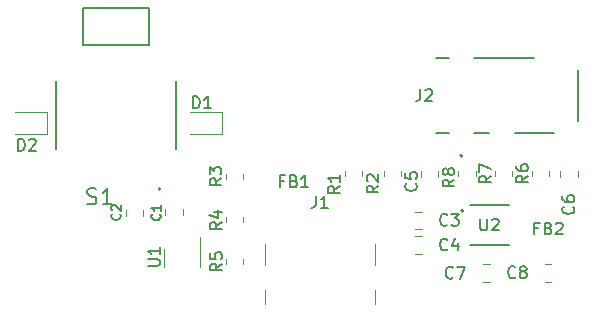
<source format=gbr>
%TF.GenerationSoftware,KiCad,Pcbnew,7.0.7*%
%TF.CreationDate,2024-02-01T03:43:03-06:00*%
%TF.ProjectId,Md-rev-1,4d642d72-6576-42d3-912e-6b696361645f,rev?*%
%TF.SameCoordinates,Original*%
%TF.FileFunction,Legend,Top*%
%TF.FilePolarity,Positive*%
%FSLAX46Y46*%
G04 Gerber Fmt 4.6, Leading zero omitted, Abs format (unit mm)*
G04 Created by KiCad (PCBNEW 7.0.7) date 2024-02-01 03:43:03*
%MOMM*%
%LPD*%
G01*
G04 APERTURE LIST*
%ADD10C,0.150000*%
%ADD11C,0.120000*%
%ADD12C,0.152400*%
%ADD13C,0.200000*%
%ADD14C,0.127000*%
G04 APERTURE END LIST*
D10*
X175416666Y-120281009D02*
X175083333Y-120281009D01*
X175083333Y-120804819D02*
X175083333Y-119804819D01*
X175083333Y-119804819D02*
X175559523Y-119804819D01*
X176273809Y-120281009D02*
X176416666Y-120328628D01*
X176416666Y-120328628D02*
X176464285Y-120376247D01*
X176464285Y-120376247D02*
X176511904Y-120471485D01*
X176511904Y-120471485D02*
X176511904Y-120614342D01*
X176511904Y-120614342D02*
X176464285Y-120709580D01*
X176464285Y-120709580D02*
X176416666Y-120757200D01*
X176416666Y-120757200D02*
X176321428Y-120804819D01*
X176321428Y-120804819D02*
X175940476Y-120804819D01*
X175940476Y-120804819D02*
X175940476Y-119804819D01*
X175940476Y-119804819D02*
X176273809Y-119804819D01*
X176273809Y-119804819D02*
X176369047Y-119852438D01*
X176369047Y-119852438D02*
X176416666Y-119900057D01*
X176416666Y-119900057D02*
X176464285Y-119995295D01*
X176464285Y-119995295D02*
X176464285Y-120090533D01*
X176464285Y-120090533D02*
X176416666Y-120185771D01*
X176416666Y-120185771D02*
X176369047Y-120233390D01*
X176369047Y-120233390D02*
X176273809Y-120281009D01*
X176273809Y-120281009D02*
X175940476Y-120281009D01*
X176892857Y-119900057D02*
X176940476Y-119852438D01*
X176940476Y-119852438D02*
X177035714Y-119804819D01*
X177035714Y-119804819D02*
X177273809Y-119804819D01*
X177273809Y-119804819D02*
X177369047Y-119852438D01*
X177369047Y-119852438D02*
X177416666Y-119900057D01*
X177416666Y-119900057D02*
X177464285Y-119995295D01*
X177464285Y-119995295D02*
X177464285Y-120090533D01*
X177464285Y-120090533D02*
X177416666Y-120233390D01*
X177416666Y-120233390D02*
X176845238Y-120804819D01*
X176845238Y-120804819D02*
X177464285Y-120804819D01*
X153856666Y-116281009D02*
X153523333Y-116281009D01*
X153523333Y-116804819D02*
X153523333Y-115804819D01*
X153523333Y-115804819D02*
X153999523Y-115804819D01*
X154713809Y-116281009D02*
X154856666Y-116328628D01*
X154856666Y-116328628D02*
X154904285Y-116376247D01*
X154904285Y-116376247D02*
X154951904Y-116471485D01*
X154951904Y-116471485D02*
X154951904Y-116614342D01*
X154951904Y-116614342D02*
X154904285Y-116709580D01*
X154904285Y-116709580D02*
X154856666Y-116757200D01*
X154856666Y-116757200D02*
X154761428Y-116804819D01*
X154761428Y-116804819D02*
X154380476Y-116804819D01*
X154380476Y-116804819D02*
X154380476Y-115804819D01*
X154380476Y-115804819D02*
X154713809Y-115804819D01*
X154713809Y-115804819D02*
X154809047Y-115852438D01*
X154809047Y-115852438D02*
X154856666Y-115900057D01*
X154856666Y-115900057D02*
X154904285Y-115995295D01*
X154904285Y-115995295D02*
X154904285Y-116090533D01*
X154904285Y-116090533D02*
X154856666Y-116185771D01*
X154856666Y-116185771D02*
X154809047Y-116233390D01*
X154809047Y-116233390D02*
X154713809Y-116281009D01*
X154713809Y-116281009D02*
X154380476Y-116281009D01*
X155904285Y-116804819D02*
X155332857Y-116804819D01*
X155618571Y-116804819D02*
X155618571Y-115804819D01*
X155618571Y-115804819D02*
X155523333Y-115947676D01*
X155523333Y-115947676D02*
X155428095Y-116042914D01*
X155428095Y-116042914D02*
X155332857Y-116090533D01*
X173463333Y-124409580D02*
X173415714Y-124457200D01*
X173415714Y-124457200D02*
X173272857Y-124504819D01*
X173272857Y-124504819D02*
X173177619Y-124504819D01*
X173177619Y-124504819D02*
X173034762Y-124457200D01*
X173034762Y-124457200D02*
X172939524Y-124361961D01*
X172939524Y-124361961D02*
X172891905Y-124266723D01*
X172891905Y-124266723D02*
X172844286Y-124076247D01*
X172844286Y-124076247D02*
X172844286Y-123933390D01*
X172844286Y-123933390D02*
X172891905Y-123742914D01*
X172891905Y-123742914D02*
X172939524Y-123647676D01*
X172939524Y-123647676D02*
X173034762Y-123552438D01*
X173034762Y-123552438D02*
X173177619Y-123504819D01*
X173177619Y-123504819D02*
X173272857Y-123504819D01*
X173272857Y-123504819D02*
X173415714Y-123552438D01*
X173415714Y-123552438D02*
X173463333Y-123600057D01*
X174034762Y-123933390D02*
X173939524Y-123885771D01*
X173939524Y-123885771D02*
X173891905Y-123838152D01*
X173891905Y-123838152D02*
X173844286Y-123742914D01*
X173844286Y-123742914D02*
X173844286Y-123695295D01*
X173844286Y-123695295D02*
X173891905Y-123600057D01*
X173891905Y-123600057D02*
X173939524Y-123552438D01*
X173939524Y-123552438D02*
X174034762Y-123504819D01*
X174034762Y-123504819D02*
X174225238Y-123504819D01*
X174225238Y-123504819D02*
X174320476Y-123552438D01*
X174320476Y-123552438D02*
X174368095Y-123600057D01*
X174368095Y-123600057D02*
X174415714Y-123695295D01*
X174415714Y-123695295D02*
X174415714Y-123742914D01*
X174415714Y-123742914D02*
X174368095Y-123838152D01*
X174368095Y-123838152D02*
X174320476Y-123885771D01*
X174320476Y-123885771D02*
X174225238Y-123933390D01*
X174225238Y-123933390D02*
X174034762Y-123933390D01*
X174034762Y-123933390D02*
X173939524Y-123981009D01*
X173939524Y-123981009D02*
X173891905Y-124028628D01*
X173891905Y-124028628D02*
X173844286Y-124123866D01*
X173844286Y-124123866D02*
X173844286Y-124314342D01*
X173844286Y-124314342D02*
X173891905Y-124409580D01*
X173891905Y-124409580D02*
X173939524Y-124457200D01*
X173939524Y-124457200D02*
X174034762Y-124504819D01*
X174034762Y-124504819D02*
X174225238Y-124504819D01*
X174225238Y-124504819D02*
X174320476Y-124457200D01*
X174320476Y-124457200D02*
X174368095Y-124409580D01*
X174368095Y-124409580D02*
X174415714Y-124314342D01*
X174415714Y-124314342D02*
X174415714Y-124123866D01*
X174415714Y-124123866D02*
X174368095Y-124028628D01*
X174368095Y-124028628D02*
X174320476Y-123981009D01*
X174320476Y-123981009D02*
X174225238Y-123933390D01*
X170499495Y-119454819D02*
X170499495Y-120264342D01*
X170499495Y-120264342D02*
X170547114Y-120359580D01*
X170547114Y-120359580D02*
X170594733Y-120407200D01*
X170594733Y-120407200D02*
X170689971Y-120454819D01*
X170689971Y-120454819D02*
X170880447Y-120454819D01*
X170880447Y-120454819D02*
X170975685Y-120407200D01*
X170975685Y-120407200D02*
X171023304Y-120359580D01*
X171023304Y-120359580D02*
X171070923Y-120264342D01*
X171070923Y-120264342D02*
X171070923Y-119454819D01*
X171499495Y-119550057D02*
X171547114Y-119502438D01*
X171547114Y-119502438D02*
X171642352Y-119454819D01*
X171642352Y-119454819D02*
X171880447Y-119454819D01*
X171880447Y-119454819D02*
X171975685Y-119502438D01*
X171975685Y-119502438D02*
X172023304Y-119550057D01*
X172023304Y-119550057D02*
X172070923Y-119645295D01*
X172070923Y-119645295D02*
X172070923Y-119740533D01*
X172070923Y-119740533D02*
X172023304Y-119883390D01*
X172023304Y-119883390D02*
X171451876Y-120454819D01*
X171451876Y-120454819D02*
X172070923Y-120454819D01*
X143366104Y-119093332D02*
X143404200Y-119131428D01*
X143404200Y-119131428D02*
X143442295Y-119245713D01*
X143442295Y-119245713D02*
X143442295Y-119321904D01*
X143442295Y-119321904D02*
X143404200Y-119436190D01*
X143404200Y-119436190D02*
X143328009Y-119512380D01*
X143328009Y-119512380D02*
X143251819Y-119550475D01*
X143251819Y-119550475D02*
X143099438Y-119588571D01*
X143099438Y-119588571D02*
X142985152Y-119588571D01*
X142985152Y-119588571D02*
X142832771Y-119550475D01*
X142832771Y-119550475D02*
X142756580Y-119512380D01*
X142756580Y-119512380D02*
X142680390Y-119436190D01*
X142680390Y-119436190D02*
X142642295Y-119321904D01*
X142642295Y-119321904D02*
X142642295Y-119245713D01*
X142642295Y-119245713D02*
X142680390Y-119131428D01*
X142680390Y-119131428D02*
X142718485Y-119093332D01*
X143442295Y-118331428D02*
X143442295Y-118788571D01*
X143442295Y-118559999D02*
X142642295Y-118559999D01*
X142642295Y-118559999D02*
X142756580Y-118636190D01*
X142756580Y-118636190D02*
X142832771Y-118712380D01*
X142832771Y-118712380D02*
X142870866Y-118788571D01*
X148604819Y-119756666D02*
X148128628Y-120089999D01*
X148604819Y-120328094D02*
X147604819Y-120328094D01*
X147604819Y-120328094D02*
X147604819Y-119947142D01*
X147604819Y-119947142D02*
X147652438Y-119851904D01*
X147652438Y-119851904D02*
X147700057Y-119804285D01*
X147700057Y-119804285D02*
X147795295Y-119756666D01*
X147795295Y-119756666D02*
X147938152Y-119756666D01*
X147938152Y-119756666D02*
X148033390Y-119804285D01*
X148033390Y-119804285D02*
X148081009Y-119851904D01*
X148081009Y-119851904D02*
X148128628Y-119947142D01*
X148128628Y-119947142D02*
X148128628Y-120328094D01*
X147938152Y-118899523D02*
X148604819Y-118899523D01*
X147557200Y-119137618D02*
X148271485Y-119375713D01*
X148271485Y-119375713D02*
X148271485Y-118756666D01*
X167703333Y-119969580D02*
X167655714Y-120017200D01*
X167655714Y-120017200D02*
X167512857Y-120064819D01*
X167512857Y-120064819D02*
X167417619Y-120064819D01*
X167417619Y-120064819D02*
X167274762Y-120017200D01*
X167274762Y-120017200D02*
X167179524Y-119921961D01*
X167179524Y-119921961D02*
X167131905Y-119826723D01*
X167131905Y-119826723D02*
X167084286Y-119636247D01*
X167084286Y-119636247D02*
X167084286Y-119493390D01*
X167084286Y-119493390D02*
X167131905Y-119302914D01*
X167131905Y-119302914D02*
X167179524Y-119207676D01*
X167179524Y-119207676D02*
X167274762Y-119112438D01*
X167274762Y-119112438D02*
X167417619Y-119064819D01*
X167417619Y-119064819D02*
X167512857Y-119064819D01*
X167512857Y-119064819D02*
X167655714Y-119112438D01*
X167655714Y-119112438D02*
X167703333Y-119160057D01*
X168036667Y-119064819D02*
X168655714Y-119064819D01*
X168655714Y-119064819D02*
X168322381Y-119445771D01*
X168322381Y-119445771D02*
X168465238Y-119445771D01*
X168465238Y-119445771D02*
X168560476Y-119493390D01*
X168560476Y-119493390D02*
X168608095Y-119541009D01*
X168608095Y-119541009D02*
X168655714Y-119636247D01*
X168655714Y-119636247D02*
X168655714Y-119874342D01*
X168655714Y-119874342D02*
X168608095Y-119969580D01*
X168608095Y-119969580D02*
X168560476Y-120017200D01*
X168560476Y-120017200D02*
X168465238Y-120064819D01*
X168465238Y-120064819D02*
X168179524Y-120064819D01*
X168179524Y-120064819D02*
X168084286Y-120017200D01*
X168084286Y-120017200D02*
X168036667Y-119969580D01*
X148614819Y-123284166D02*
X148138628Y-123617499D01*
X148614819Y-123855594D02*
X147614819Y-123855594D01*
X147614819Y-123855594D02*
X147614819Y-123474642D01*
X147614819Y-123474642D02*
X147662438Y-123379404D01*
X147662438Y-123379404D02*
X147710057Y-123331785D01*
X147710057Y-123331785D02*
X147805295Y-123284166D01*
X147805295Y-123284166D02*
X147948152Y-123284166D01*
X147948152Y-123284166D02*
X148043390Y-123331785D01*
X148043390Y-123331785D02*
X148091009Y-123379404D01*
X148091009Y-123379404D02*
X148138628Y-123474642D01*
X148138628Y-123474642D02*
X148138628Y-123855594D01*
X147614819Y-122379404D02*
X147614819Y-122855594D01*
X147614819Y-122855594D02*
X148091009Y-122903213D01*
X148091009Y-122903213D02*
X148043390Y-122855594D01*
X148043390Y-122855594D02*
X147995771Y-122760356D01*
X147995771Y-122760356D02*
X147995771Y-122522261D01*
X147995771Y-122522261D02*
X148043390Y-122427023D01*
X148043390Y-122427023D02*
X148091009Y-122379404D01*
X148091009Y-122379404D02*
X148186247Y-122331785D01*
X148186247Y-122331785D02*
X148424342Y-122331785D01*
X148424342Y-122331785D02*
X148519580Y-122379404D01*
X148519580Y-122379404D02*
X148567200Y-122427023D01*
X148567200Y-122427023D02*
X148614819Y-122522261D01*
X148614819Y-122522261D02*
X148614819Y-122760356D01*
X148614819Y-122760356D02*
X148567200Y-122855594D01*
X148567200Y-122855594D02*
X148519580Y-122903213D01*
X131359405Y-113714819D02*
X131359405Y-112714819D01*
X131359405Y-112714819D02*
X131597500Y-112714819D01*
X131597500Y-112714819D02*
X131740357Y-112762438D01*
X131740357Y-112762438D02*
X131835595Y-112857676D01*
X131835595Y-112857676D02*
X131883214Y-112952914D01*
X131883214Y-112952914D02*
X131930833Y-113143390D01*
X131930833Y-113143390D02*
X131930833Y-113286247D01*
X131930833Y-113286247D02*
X131883214Y-113476723D01*
X131883214Y-113476723D02*
X131835595Y-113571961D01*
X131835595Y-113571961D02*
X131740357Y-113667200D01*
X131740357Y-113667200D02*
X131597500Y-113714819D01*
X131597500Y-113714819D02*
X131359405Y-113714819D01*
X132311786Y-112810057D02*
X132359405Y-112762438D01*
X132359405Y-112762438D02*
X132454643Y-112714819D01*
X132454643Y-112714819D02*
X132692738Y-112714819D01*
X132692738Y-112714819D02*
X132787976Y-112762438D01*
X132787976Y-112762438D02*
X132835595Y-112810057D01*
X132835595Y-112810057D02*
X132883214Y-112905295D01*
X132883214Y-112905295D02*
X132883214Y-113000533D01*
X132883214Y-113000533D02*
X132835595Y-113143390D01*
X132835595Y-113143390D02*
X132264167Y-113714819D01*
X132264167Y-113714819D02*
X132883214Y-113714819D01*
X148574819Y-116056666D02*
X148098628Y-116389999D01*
X148574819Y-116628094D02*
X147574819Y-116628094D01*
X147574819Y-116628094D02*
X147574819Y-116247142D01*
X147574819Y-116247142D02*
X147622438Y-116151904D01*
X147622438Y-116151904D02*
X147670057Y-116104285D01*
X147670057Y-116104285D02*
X147765295Y-116056666D01*
X147765295Y-116056666D02*
X147908152Y-116056666D01*
X147908152Y-116056666D02*
X148003390Y-116104285D01*
X148003390Y-116104285D02*
X148051009Y-116151904D01*
X148051009Y-116151904D02*
X148098628Y-116247142D01*
X148098628Y-116247142D02*
X148098628Y-116628094D01*
X147574819Y-115723332D02*
X147574819Y-115104285D01*
X147574819Y-115104285D02*
X147955771Y-115437618D01*
X147955771Y-115437618D02*
X147955771Y-115294761D01*
X147955771Y-115294761D02*
X148003390Y-115199523D01*
X148003390Y-115199523D02*
X148051009Y-115151904D01*
X148051009Y-115151904D02*
X148146247Y-115104285D01*
X148146247Y-115104285D02*
X148384342Y-115104285D01*
X148384342Y-115104285D02*
X148479580Y-115151904D01*
X148479580Y-115151904D02*
X148527200Y-115199523D01*
X148527200Y-115199523D02*
X148574819Y-115294761D01*
X148574819Y-115294761D02*
X148574819Y-115580475D01*
X148574819Y-115580475D02*
X148527200Y-115675713D01*
X148527200Y-115675713D02*
X148479580Y-115723332D01*
X165426666Y-108484819D02*
X165426666Y-109199104D01*
X165426666Y-109199104D02*
X165379047Y-109341961D01*
X165379047Y-109341961D02*
X165283809Y-109437200D01*
X165283809Y-109437200D02*
X165140952Y-109484819D01*
X165140952Y-109484819D02*
X165045714Y-109484819D01*
X165855238Y-108580057D02*
X165902857Y-108532438D01*
X165902857Y-108532438D02*
X165998095Y-108484819D01*
X165998095Y-108484819D02*
X166236190Y-108484819D01*
X166236190Y-108484819D02*
X166331428Y-108532438D01*
X166331428Y-108532438D02*
X166379047Y-108580057D01*
X166379047Y-108580057D02*
X166426666Y-108675295D01*
X166426666Y-108675295D02*
X166426666Y-108770533D01*
X166426666Y-108770533D02*
X166379047Y-108913390D01*
X166379047Y-108913390D02*
X165807619Y-109484819D01*
X165807619Y-109484819D02*
X166426666Y-109484819D01*
X165039580Y-116486666D02*
X165087200Y-116534285D01*
X165087200Y-116534285D02*
X165134819Y-116677142D01*
X165134819Y-116677142D02*
X165134819Y-116772380D01*
X165134819Y-116772380D02*
X165087200Y-116915237D01*
X165087200Y-116915237D02*
X164991961Y-117010475D01*
X164991961Y-117010475D02*
X164896723Y-117058094D01*
X164896723Y-117058094D02*
X164706247Y-117105713D01*
X164706247Y-117105713D02*
X164563390Y-117105713D01*
X164563390Y-117105713D02*
X164372914Y-117058094D01*
X164372914Y-117058094D02*
X164277676Y-117010475D01*
X164277676Y-117010475D02*
X164182438Y-116915237D01*
X164182438Y-116915237D02*
X164134819Y-116772380D01*
X164134819Y-116772380D02*
X164134819Y-116677142D01*
X164134819Y-116677142D02*
X164182438Y-116534285D01*
X164182438Y-116534285D02*
X164230057Y-116486666D01*
X164134819Y-115581904D02*
X164134819Y-116058094D01*
X164134819Y-116058094D02*
X164611009Y-116105713D01*
X164611009Y-116105713D02*
X164563390Y-116058094D01*
X164563390Y-116058094D02*
X164515771Y-115962856D01*
X164515771Y-115962856D02*
X164515771Y-115724761D01*
X164515771Y-115724761D02*
X164563390Y-115629523D01*
X164563390Y-115629523D02*
X164611009Y-115581904D01*
X164611009Y-115581904D02*
X164706247Y-115534285D01*
X164706247Y-115534285D02*
X164944342Y-115534285D01*
X164944342Y-115534285D02*
X165039580Y-115581904D01*
X165039580Y-115581904D02*
X165087200Y-115629523D01*
X165087200Y-115629523D02*
X165134819Y-115724761D01*
X165134819Y-115724761D02*
X165134819Y-115962856D01*
X165134819Y-115962856D02*
X165087200Y-116058094D01*
X165087200Y-116058094D02*
X165039580Y-116105713D01*
X161874819Y-116679166D02*
X161398628Y-117012499D01*
X161874819Y-117250594D02*
X160874819Y-117250594D01*
X160874819Y-117250594D02*
X160874819Y-116869642D01*
X160874819Y-116869642D02*
X160922438Y-116774404D01*
X160922438Y-116774404D02*
X160970057Y-116726785D01*
X160970057Y-116726785D02*
X161065295Y-116679166D01*
X161065295Y-116679166D02*
X161208152Y-116679166D01*
X161208152Y-116679166D02*
X161303390Y-116726785D01*
X161303390Y-116726785D02*
X161351009Y-116774404D01*
X161351009Y-116774404D02*
X161398628Y-116869642D01*
X161398628Y-116869642D02*
X161398628Y-117250594D01*
X160970057Y-116298213D02*
X160922438Y-116250594D01*
X160922438Y-116250594D02*
X160874819Y-116155356D01*
X160874819Y-116155356D02*
X160874819Y-115917261D01*
X160874819Y-115917261D02*
X160922438Y-115822023D01*
X160922438Y-115822023D02*
X160970057Y-115774404D01*
X160970057Y-115774404D02*
X161065295Y-115726785D01*
X161065295Y-115726785D02*
X161160533Y-115726785D01*
X161160533Y-115726785D02*
X161303390Y-115774404D01*
X161303390Y-115774404D02*
X161874819Y-116345832D01*
X161874819Y-116345832D02*
X161874819Y-115726785D01*
X142344819Y-123471904D02*
X143154342Y-123471904D01*
X143154342Y-123471904D02*
X143249580Y-123424285D01*
X143249580Y-123424285D02*
X143297200Y-123376666D01*
X143297200Y-123376666D02*
X143344819Y-123281428D01*
X143344819Y-123281428D02*
X143344819Y-123090952D01*
X143344819Y-123090952D02*
X143297200Y-122995714D01*
X143297200Y-122995714D02*
X143249580Y-122948095D01*
X143249580Y-122948095D02*
X143154342Y-122900476D01*
X143154342Y-122900476D02*
X142344819Y-122900476D01*
X143344819Y-121900476D02*
X143344819Y-122471904D01*
X143344819Y-122186190D02*
X142344819Y-122186190D01*
X142344819Y-122186190D02*
X142487676Y-122281428D01*
X142487676Y-122281428D02*
X142582914Y-122376666D01*
X142582914Y-122376666D02*
X142630533Y-122471904D01*
X168304819Y-116156666D02*
X167828628Y-116489999D01*
X168304819Y-116728094D02*
X167304819Y-116728094D01*
X167304819Y-116728094D02*
X167304819Y-116347142D01*
X167304819Y-116347142D02*
X167352438Y-116251904D01*
X167352438Y-116251904D02*
X167400057Y-116204285D01*
X167400057Y-116204285D02*
X167495295Y-116156666D01*
X167495295Y-116156666D02*
X167638152Y-116156666D01*
X167638152Y-116156666D02*
X167733390Y-116204285D01*
X167733390Y-116204285D02*
X167781009Y-116251904D01*
X167781009Y-116251904D02*
X167828628Y-116347142D01*
X167828628Y-116347142D02*
X167828628Y-116728094D01*
X167733390Y-115585237D02*
X167685771Y-115680475D01*
X167685771Y-115680475D02*
X167638152Y-115728094D01*
X167638152Y-115728094D02*
X167542914Y-115775713D01*
X167542914Y-115775713D02*
X167495295Y-115775713D01*
X167495295Y-115775713D02*
X167400057Y-115728094D01*
X167400057Y-115728094D02*
X167352438Y-115680475D01*
X167352438Y-115680475D02*
X167304819Y-115585237D01*
X167304819Y-115585237D02*
X167304819Y-115394761D01*
X167304819Y-115394761D02*
X167352438Y-115299523D01*
X167352438Y-115299523D02*
X167400057Y-115251904D01*
X167400057Y-115251904D02*
X167495295Y-115204285D01*
X167495295Y-115204285D02*
X167542914Y-115204285D01*
X167542914Y-115204285D02*
X167638152Y-115251904D01*
X167638152Y-115251904D02*
X167685771Y-115299523D01*
X167685771Y-115299523D02*
X167733390Y-115394761D01*
X167733390Y-115394761D02*
X167733390Y-115585237D01*
X167733390Y-115585237D02*
X167781009Y-115680475D01*
X167781009Y-115680475D02*
X167828628Y-115728094D01*
X167828628Y-115728094D02*
X167923866Y-115775713D01*
X167923866Y-115775713D02*
X168114342Y-115775713D01*
X168114342Y-115775713D02*
X168209580Y-115728094D01*
X168209580Y-115728094D02*
X168257200Y-115680475D01*
X168257200Y-115680475D02*
X168304819Y-115585237D01*
X168304819Y-115585237D02*
X168304819Y-115394761D01*
X168304819Y-115394761D02*
X168257200Y-115299523D01*
X168257200Y-115299523D02*
X168209580Y-115251904D01*
X168209580Y-115251904D02*
X168114342Y-115204285D01*
X168114342Y-115204285D02*
X167923866Y-115204285D01*
X167923866Y-115204285D02*
X167828628Y-115251904D01*
X167828628Y-115251904D02*
X167781009Y-115299523D01*
X167781009Y-115299523D02*
X167733390Y-115394761D01*
X139966104Y-119053332D02*
X140004200Y-119091428D01*
X140004200Y-119091428D02*
X140042295Y-119205713D01*
X140042295Y-119205713D02*
X140042295Y-119281904D01*
X140042295Y-119281904D02*
X140004200Y-119396190D01*
X140004200Y-119396190D02*
X139928009Y-119472380D01*
X139928009Y-119472380D02*
X139851819Y-119510475D01*
X139851819Y-119510475D02*
X139699438Y-119548571D01*
X139699438Y-119548571D02*
X139585152Y-119548571D01*
X139585152Y-119548571D02*
X139432771Y-119510475D01*
X139432771Y-119510475D02*
X139356580Y-119472380D01*
X139356580Y-119472380D02*
X139280390Y-119396190D01*
X139280390Y-119396190D02*
X139242295Y-119281904D01*
X139242295Y-119281904D02*
X139242295Y-119205713D01*
X139242295Y-119205713D02*
X139280390Y-119091428D01*
X139280390Y-119091428D02*
X139318485Y-119053332D01*
X139318485Y-118748571D02*
X139280390Y-118710475D01*
X139280390Y-118710475D02*
X139242295Y-118634285D01*
X139242295Y-118634285D02*
X139242295Y-118443809D01*
X139242295Y-118443809D02*
X139280390Y-118367618D01*
X139280390Y-118367618D02*
X139318485Y-118329523D01*
X139318485Y-118329523D02*
X139394676Y-118291428D01*
X139394676Y-118291428D02*
X139470866Y-118291428D01*
X139470866Y-118291428D02*
X139585152Y-118329523D01*
X139585152Y-118329523D02*
X140042295Y-118786666D01*
X140042295Y-118786666D02*
X140042295Y-118291428D01*
X167713333Y-122059580D02*
X167665714Y-122107200D01*
X167665714Y-122107200D02*
X167522857Y-122154819D01*
X167522857Y-122154819D02*
X167427619Y-122154819D01*
X167427619Y-122154819D02*
X167284762Y-122107200D01*
X167284762Y-122107200D02*
X167189524Y-122011961D01*
X167189524Y-122011961D02*
X167141905Y-121916723D01*
X167141905Y-121916723D02*
X167094286Y-121726247D01*
X167094286Y-121726247D02*
X167094286Y-121583390D01*
X167094286Y-121583390D02*
X167141905Y-121392914D01*
X167141905Y-121392914D02*
X167189524Y-121297676D01*
X167189524Y-121297676D02*
X167284762Y-121202438D01*
X167284762Y-121202438D02*
X167427619Y-121154819D01*
X167427619Y-121154819D02*
X167522857Y-121154819D01*
X167522857Y-121154819D02*
X167665714Y-121202438D01*
X167665714Y-121202438D02*
X167713333Y-121250057D01*
X168570476Y-121488152D02*
X168570476Y-122154819D01*
X168332381Y-121107200D02*
X168094286Y-121821485D01*
X168094286Y-121821485D02*
X168713333Y-121821485D01*
X137193333Y-118193200D02*
X137393333Y-118259866D01*
X137393333Y-118259866D02*
X137726667Y-118259866D01*
X137726667Y-118259866D02*
X137860000Y-118193200D01*
X137860000Y-118193200D02*
X137926667Y-118126533D01*
X137926667Y-118126533D02*
X137993333Y-117993200D01*
X137993333Y-117993200D02*
X137993333Y-117859866D01*
X137993333Y-117859866D02*
X137926667Y-117726533D01*
X137926667Y-117726533D02*
X137860000Y-117659866D01*
X137860000Y-117659866D02*
X137726667Y-117593200D01*
X137726667Y-117593200D02*
X137460000Y-117526533D01*
X137460000Y-117526533D02*
X137326667Y-117459866D01*
X137326667Y-117459866D02*
X137260000Y-117393200D01*
X137260000Y-117393200D02*
X137193333Y-117259866D01*
X137193333Y-117259866D02*
X137193333Y-117126533D01*
X137193333Y-117126533D02*
X137260000Y-116993200D01*
X137260000Y-116993200D02*
X137326667Y-116926533D01*
X137326667Y-116926533D02*
X137460000Y-116859866D01*
X137460000Y-116859866D02*
X137793333Y-116859866D01*
X137793333Y-116859866D02*
X137993333Y-116926533D01*
X139326666Y-118259866D02*
X138526666Y-118259866D01*
X138926666Y-118259866D02*
X138926666Y-116859866D01*
X138926666Y-116859866D02*
X138793333Y-117059866D01*
X138793333Y-117059866D02*
X138660000Y-117193200D01*
X138660000Y-117193200D02*
X138526666Y-117259866D01*
X146171905Y-110114819D02*
X146171905Y-109114819D01*
X146171905Y-109114819D02*
X146410000Y-109114819D01*
X146410000Y-109114819D02*
X146552857Y-109162438D01*
X146552857Y-109162438D02*
X146648095Y-109257676D01*
X146648095Y-109257676D02*
X146695714Y-109352914D01*
X146695714Y-109352914D02*
X146743333Y-109543390D01*
X146743333Y-109543390D02*
X146743333Y-109686247D01*
X146743333Y-109686247D02*
X146695714Y-109876723D01*
X146695714Y-109876723D02*
X146648095Y-109971961D01*
X146648095Y-109971961D02*
X146552857Y-110067200D01*
X146552857Y-110067200D02*
X146410000Y-110114819D01*
X146410000Y-110114819D02*
X146171905Y-110114819D01*
X147695714Y-110114819D02*
X147124286Y-110114819D01*
X147410000Y-110114819D02*
X147410000Y-109114819D01*
X147410000Y-109114819D02*
X147314762Y-109257676D01*
X147314762Y-109257676D02*
X147219524Y-109352914D01*
X147219524Y-109352914D02*
X147124286Y-109400533D01*
X178359580Y-118446666D02*
X178407200Y-118494285D01*
X178407200Y-118494285D02*
X178454819Y-118637142D01*
X178454819Y-118637142D02*
X178454819Y-118732380D01*
X178454819Y-118732380D02*
X178407200Y-118875237D01*
X178407200Y-118875237D02*
X178311961Y-118970475D01*
X178311961Y-118970475D02*
X178216723Y-119018094D01*
X178216723Y-119018094D02*
X178026247Y-119065713D01*
X178026247Y-119065713D02*
X177883390Y-119065713D01*
X177883390Y-119065713D02*
X177692914Y-119018094D01*
X177692914Y-119018094D02*
X177597676Y-118970475D01*
X177597676Y-118970475D02*
X177502438Y-118875237D01*
X177502438Y-118875237D02*
X177454819Y-118732380D01*
X177454819Y-118732380D02*
X177454819Y-118637142D01*
X177454819Y-118637142D02*
X177502438Y-118494285D01*
X177502438Y-118494285D02*
X177550057Y-118446666D01*
X177454819Y-117589523D02*
X177454819Y-117779999D01*
X177454819Y-117779999D02*
X177502438Y-117875237D01*
X177502438Y-117875237D02*
X177550057Y-117922856D01*
X177550057Y-117922856D02*
X177692914Y-118018094D01*
X177692914Y-118018094D02*
X177883390Y-118065713D01*
X177883390Y-118065713D02*
X178264342Y-118065713D01*
X178264342Y-118065713D02*
X178359580Y-118018094D01*
X178359580Y-118018094D02*
X178407200Y-117970475D01*
X178407200Y-117970475D02*
X178454819Y-117875237D01*
X178454819Y-117875237D02*
X178454819Y-117684761D01*
X178454819Y-117684761D02*
X178407200Y-117589523D01*
X178407200Y-117589523D02*
X178359580Y-117541904D01*
X178359580Y-117541904D02*
X178264342Y-117494285D01*
X178264342Y-117494285D02*
X178026247Y-117494285D01*
X178026247Y-117494285D02*
X177931009Y-117541904D01*
X177931009Y-117541904D02*
X177883390Y-117589523D01*
X177883390Y-117589523D02*
X177835771Y-117684761D01*
X177835771Y-117684761D02*
X177835771Y-117875237D01*
X177835771Y-117875237D02*
X177883390Y-117970475D01*
X177883390Y-117970475D02*
X177931009Y-118018094D01*
X177931009Y-118018094D02*
X178026247Y-118065713D01*
X168183333Y-124439580D02*
X168135714Y-124487200D01*
X168135714Y-124487200D02*
X167992857Y-124534819D01*
X167992857Y-124534819D02*
X167897619Y-124534819D01*
X167897619Y-124534819D02*
X167754762Y-124487200D01*
X167754762Y-124487200D02*
X167659524Y-124391961D01*
X167659524Y-124391961D02*
X167611905Y-124296723D01*
X167611905Y-124296723D02*
X167564286Y-124106247D01*
X167564286Y-124106247D02*
X167564286Y-123963390D01*
X167564286Y-123963390D02*
X167611905Y-123772914D01*
X167611905Y-123772914D02*
X167659524Y-123677676D01*
X167659524Y-123677676D02*
X167754762Y-123582438D01*
X167754762Y-123582438D02*
X167897619Y-123534819D01*
X167897619Y-123534819D02*
X167992857Y-123534819D01*
X167992857Y-123534819D02*
X168135714Y-123582438D01*
X168135714Y-123582438D02*
X168183333Y-123630057D01*
X168516667Y-123534819D02*
X169183333Y-123534819D01*
X169183333Y-123534819D02*
X168754762Y-124534819D01*
X156566666Y-117554819D02*
X156566666Y-118269104D01*
X156566666Y-118269104D02*
X156519047Y-118411961D01*
X156519047Y-118411961D02*
X156423809Y-118507200D01*
X156423809Y-118507200D02*
X156280952Y-118554819D01*
X156280952Y-118554819D02*
X156185714Y-118554819D01*
X157566666Y-118554819D02*
X156995238Y-118554819D01*
X157280952Y-118554819D02*
X157280952Y-117554819D01*
X157280952Y-117554819D02*
X157185714Y-117697676D01*
X157185714Y-117697676D02*
X157090476Y-117792914D01*
X157090476Y-117792914D02*
X156995238Y-117840533D01*
X174534819Y-115826666D02*
X174058628Y-116159999D01*
X174534819Y-116398094D02*
X173534819Y-116398094D01*
X173534819Y-116398094D02*
X173534819Y-116017142D01*
X173534819Y-116017142D02*
X173582438Y-115921904D01*
X173582438Y-115921904D02*
X173630057Y-115874285D01*
X173630057Y-115874285D02*
X173725295Y-115826666D01*
X173725295Y-115826666D02*
X173868152Y-115826666D01*
X173868152Y-115826666D02*
X173963390Y-115874285D01*
X173963390Y-115874285D02*
X174011009Y-115921904D01*
X174011009Y-115921904D02*
X174058628Y-116017142D01*
X174058628Y-116017142D02*
X174058628Y-116398094D01*
X173534819Y-114969523D02*
X173534819Y-115159999D01*
X173534819Y-115159999D02*
X173582438Y-115255237D01*
X173582438Y-115255237D02*
X173630057Y-115302856D01*
X173630057Y-115302856D02*
X173772914Y-115398094D01*
X173772914Y-115398094D02*
X173963390Y-115445713D01*
X173963390Y-115445713D02*
X174344342Y-115445713D01*
X174344342Y-115445713D02*
X174439580Y-115398094D01*
X174439580Y-115398094D02*
X174487200Y-115350475D01*
X174487200Y-115350475D02*
X174534819Y-115255237D01*
X174534819Y-115255237D02*
X174534819Y-115064761D01*
X174534819Y-115064761D02*
X174487200Y-114969523D01*
X174487200Y-114969523D02*
X174439580Y-114921904D01*
X174439580Y-114921904D02*
X174344342Y-114874285D01*
X174344342Y-114874285D02*
X174106247Y-114874285D01*
X174106247Y-114874285D02*
X174011009Y-114921904D01*
X174011009Y-114921904D02*
X173963390Y-114969523D01*
X173963390Y-114969523D02*
X173915771Y-115064761D01*
X173915771Y-115064761D02*
X173915771Y-115255237D01*
X173915771Y-115255237D02*
X173963390Y-115350475D01*
X173963390Y-115350475D02*
X174011009Y-115398094D01*
X174011009Y-115398094D02*
X174106247Y-115445713D01*
X171424819Y-115826666D02*
X170948628Y-116159999D01*
X171424819Y-116398094D02*
X170424819Y-116398094D01*
X170424819Y-116398094D02*
X170424819Y-116017142D01*
X170424819Y-116017142D02*
X170472438Y-115921904D01*
X170472438Y-115921904D02*
X170520057Y-115874285D01*
X170520057Y-115874285D02*
X170615295Y-115826666D01*
X170615295Y-115826666D02*
X170758152Y-115826666D01*
X170758152Y-115826666D02*
X170853390Y-115874285D01*
X170853390Y-115874285D02*
X170901009Y-115921904D01*
X170901009Y-115921904D02*
X170948628Y-116017142D01*
X170948628Y-116017142D02*
X170948628Y-116398094D01*
X170424819Y-115493332D02*
X170424819Y-114826666D01*
X170424819Y-114826666D02*
X171424819Y-115255237D01*
X158584819Y-116709166D02*
X158108628Y-117042499D01*
X158584819Y-117280594D02*
X157584819Y-117280594D01*
X157584819Y-117280594D02*
X157584819Y-116899642D01*
X157584819Y-116899642D02*
X157632438Y-116804404D01*
X157632438Y-116804404D02*
X157680057Y-116756785D01*
X157680057Y-116756785D02*
X157775295Y-116709166D01*
X157775295Y-116709166D02*
X157918152Y-116709166D01*
X157918152Y-116709166D02*
X158013390Y-116756785D01*
X158013390Y-116756785D02*
X158061009Y-116804404D01*
X158061009Y-116804404D02*
X158108628Y-116899642D01*
X158108628Y-116899642D02*
X158108628Y-117280594D01*
X158584819Y-115756785D02*
X158584819Y-116328213D01*
X158584819Y-116042499D02*
X157584819Y-116042499D01*
X157584819Y-116042499D02*
X157727676Y-116137737D01*
X157727676Y-116137737D02*
X157822914Y-116232975D01*
X157822914Y-116232975D02*
X157870533Y-116328213D01*
D11*
%TO.C,C8*%
X175978748Y-124795000D02*
X176501252Y-124795000D01*
X175978748Y-123325000D02*
X176501252Y-123325000D01*
D12*
%TO.C,U2*%
X169058000Y-118800000D02*
G75*
G03*
X169058000Y-118800000I-101600J0D01*
G01*
X169585000Y-121676400D02*
X172937800Y-121676400D01*
X172937800Y-118323600D02*
X169585000Y-118323600D01*
D11*
%TO.C,C1*%
X145295000Y-118618748D02*
X145295000Y-119141252D01*
X143825000Y-118618748D02*
X143825000Y-119141252D01*
%TO.C,R4*%
X150425000Y-119312936D02*
X150425000Y-119767064D01*
X148955000Y-119312936D02*
X148955000Y-119767064D01*
%TO.C,C3*%
X164998748Y-118875000D02*
X165521252Y-118875000D01*
X164998748Y-120345000D02*
X165521252Y-120345000D01*
%TO.C,R5*%
X148955000Y-123347064D02*
X148955000Y-122892936D01*
X150425000Y-123347064D02*
X150425000Y-122892936D01*
%TO.C,D2*%
X133772500Y-112340000D02*
X133772500Y-110420000D01*
X133772500Y-110420000D02*
X131087500Y-110420000D01*
X131087500Y-112340000D02*
X133772500Y-112340000D01*
%TO.C,R3*%
X148955000Y-116137064D02*
X148955000Y-115682936D01*
X150425000Y-116137064D02*
X150425000Y-115682936D01*
D13*
%TO.C,J2*%
X168980000Y-114130000D02*
G75*
G03*
X168980000Y-114130000I-100000J0D01*
G01*
D14*
X166780000Y-112180000D02*
X167810000Y-112180000D01*
X169945000Y-112180000D02*
X171210000Y-112180000D01*
X173436000Y-112180000D02*
X176710000Y-112180000D01*
X178780000Y-106850000D02*
X178780000Y-111210000D01*
X166780000Y-105880000D02*
X167810000Y-105880000D01*
X175010000Y-105880000D02*
X169950000Y-105880000D01*
D11*
%TO.C,C5*%
X166935000Y-115398748D02*
X166935000Y-115921252D01*
X165465000Y-115398748D02*
X165465000Y-115921252D01*
%TO.C,R2*%
X162335000Y-115849564D02*
X162335000Y-115395436D01*
X163805000Y-115849564D02*
X163805000Y-115395436D01*
%TO.C,U1*%
X146800000Y-122800000D02*
X146800000Y-121000000D01*
X146800000Y-122800000D02*
X146800000Y-123600000D01*
X143680000Y-122800000D02*
X143680000Y-122000000D01*
X143680000Y-122800000D02*
X143680000Y-123600000D01*
%TO.C,R8*%
X168625000Y-115867064D02*
X168625000Y-115412936D01*
X170095000Y-115867064D02*
X170095000Y-115412936D01*
%TO.C,C2*%
X140465000Y-119221252D02*
X140465000Y-118698748D01*
X141935000Y-119221252D02*
X141935000Y-118698748D01*
%TO.C,C4*%
X165008748Y-120975000D02*
X165531252Y-120975000D01*
X165008748Y-122445000D02*
X165531252Y-122445000D01*
D14*
%TO.C,S1*%
X144720000Y-113609000D02*
X144720000Y-107811000D01*
X142440000Y-104725000D02*
X142440000Y-101625000D01*
X142440000Y-104725000D02*
X136840000Y-104725000D01*
X142440000Y-101625000D02*
X136840000Y-101625000D01*
X136840000Y-101625000D02*
X136840000Y-104725000D01*
X134560000Y-113609000D02*
X134560000Y-107811000D01*
D13*
X143425000Y-116960000D02*
G75*
G03*
X143425000Y-116960000I-100000J0D01*
G01*
D11*
%TO.C,D1*%
X148595000Y-112340000D02*
X148595000Y-110420000D01*
X148595000Y-110420000D02*
X145910000Y-110420000D01*
X145910000Y-112340000D02*
X148595000Y-112340000D01*
%TO.C,C6*%
X178735000Y-115408748D02*
X178735000Y-115931252D01*
X177265000Y-115408748D02*
X177265000Y-115931252D01*
%TO.C,C7*%
X170758748Y-123325000D02*
X171281252Y-123325000D01*
X170758748Y-124795000D02*
X171281252Y-124795000D01*
%TO.C,J1*%
X152230000Y-123430000D02*
X152230000Y-121630000D01*
X152230000Y-125530000D02*
X152230000Y-126680000D01*
X161570000Y-123430000D02*
X161570000Y-121630000D01*
X161570000Y-125530000D02*
X161570000Y-126680000D01*
%TO.C,R6*%
X174865000Y-115887064D02*
X174865000Y-115432936D01*
X176335000Y-115887064D02*
X176335000Y-115432936D01*
%TO.C,R7*%
X173215000Y-115432936D02*
X173215000Y-115887064D01*
X171745000Y-115432936D02*
X171745000Y-115887064D01*
%TO.C,R1*%
X159045000Y-115879564D02*
X159045000Y-115425436D01*
X160515000Y-115879564D02*
X160515000Y-115425436D01*
%TD*%
M02*

</source>
